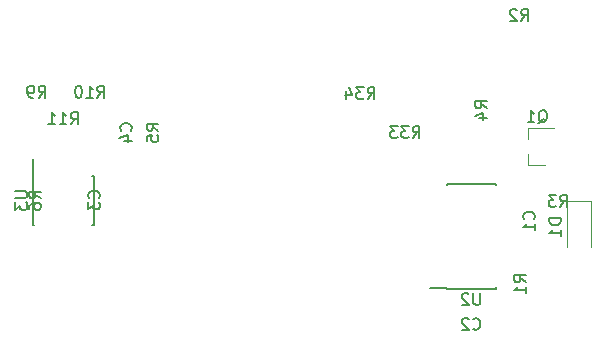
<source format=gbr>
G04 #@! TF.GenerationSoftware,KiCad,Pcbnew,(5.0.0-rc2-dev-586-g888c43477)*
G04 #@! TF.CreationDate,2018-06-04T00:56:57-03:00*
G04 #@! TF.ProjectId,Signal,5369676E616C2E6B696361645F706362,rev?*
G04 #@! TF.SameCoordinates,Original*
G04 #@! TF.FileFunction,Legend,Bot*
G04 #@! TF.FilePolarity,Positive*
%FSLAX46Y46*%
G04 Gerber Fmt 4.6, Leading zero omitted, Abs format (unit mm)*
G04 Created by KiCad (PCBNEW (5.0.0-rc2-dev-586-g888c43477)) date 06/04/18 00:56:57*
%MOMM*%
%LPD*%
G01*
G04 APERTURE LIST*
%ADD10C,0.150000*%
%ADD11C,0.120000*%
G04 APERTURE END LIST*
D10*
X28413000Y-28405000D02*
X28463000Y-28405000D01*
X28413000Y-32555000D02*
X28558000Y-32555000D01*
X33563000Y-32555000D02*
X33418000Y-32555000D01*
X33563000Y-28405000D02*
X33418000Y-28405000D01*
X28413000Y-28405000D02*
X28413000Y-32555000D01*
X33563000Y-28405000D02*
X33563000Y-32555000D01*
X28463000Y-28405000D02*
X28463000Y-27005000D01*
D11*
X70360000Y-27488000D02*
X70360000Y-26558000D01*
X70360000Y-24328000D02*
X70360000Y-25258000D01*
X70360000Y-24328000D02*
X72520000Y-24328000D01*
X70360000Y-27488000D02*
X71820000Y-27488000D01*
X73676000Y-30516000D02*
X75676000Y-30516000D01*
X75676000Y-30516000D02*
X75676000Y-34416000D01*
X73676000Y-30516000D02*
X73676000Y-34416000D01*
D10*
X63457000Y-37978000D02*
X63457000Y-37953000D01*
X67607000Y-37978000D02*
X67607000Y-37863000D01*
X67607000Y-29078000D02*
X67607000Y-29193000D01*
X63457000Y-29078000D02*
X63457000Y-29193000D01*
X63457000Y-37978000D02*
X67607000Y-37978000D01*
X63457000Y-29078000D02*
X67607000Y-29078000D01*
X63457000Y-37953000D02*
X62082000Y-37953000D01*
X36707142Y-24583333D02*
X36754761Y-24535714D01*
X36802380Y-24392857D01*
X36802380Y-24297619D01*
X36754761Y-24154761D01*
X36659523Y-24059523D01*
X36564285Y-24011904D01*
X36373809Y-23964285D01*
X36230952Y-23964285D01*
X36040476Y-24011904D01*
X35945238Y-24059523D01*
X35850000Y-24154761D01*
X35802380Y-24297619D01*
X35802380Y-24392857D01*
X35850000Y-24535714D01*
X35897619Y-24583333D01*
X36135714Y-25440476D02*
X36802380Y-25440476D01*
X35754761Y-25202380D02*
X36469047Y-24964285D01*
X36469047Y-25583333D01*
X31642857Y-24052380D02*
X31976190Y-23576190D01*
X32214285Y-24052380D02*
X32214285Y-23052380D01*
X31833333Y-23052380D01*
X31738095Y-23100000D01*
X31690476Y-23147619D01*
X31642857Y-23242857D01*
X31642857Y-23385714D01*
X31690476Y-23480952D01*
X31738095Y-23528571D01*
X31833333Y-23576190D01*
X32214285Y-23576190D01*
X30690476Y-24052380D02*
X31261904Y-24052380D01*
X30976190Y-24052380D02*
X30976190Y-23052380D01*
X31071428Y-23195238D01*
X31166666Y-23290476D01*
X31261904Y-23338095D01*
X29738095Y-24052380D02*
X30309523Y-24052380D01*
X30023809Y-24052380D02*
X30023809Y-23052380D01*
X30119047Y-23195238D01*
X30214285Y-23290476D01*
X30309523Y-23338095D01*
X28916666Y-21802380D02*
X29250000Y-21326190D01*
X29488095Y-21802380D02*
X29488095Y-20802380D01*
X29107142Y-20802380D01*
X29011904Y-20850000D01*
X28964285Y-20897619D01*
X28916666Y-20992857D01*
X28916666Y-21135714D01*
X28964285Y-21230952D01*
X29011904Y-21278571D01*
X29107142Y-21326190D01*
X29488095Y-21326190D01*
X28440476Y-21802380D02*
X28250000Y-21802380D01*
X28154761Y-21754761D01*
X28107142Y-21707142D01*
X28011904Y-21564285D01*
X27964285Y-21373809D01*
X27964285Y-20992857D01*
X28011904Y-20897619D01*
X28059523Y-20850000D01*
X28154761Y-20802380D01*
X28345238Y-20802380D01*
X28440476Y-20850000D01*
X28488095Y-20897619D01*
X28535714Y-20992857D01*
X28535714Y-21230952D01*
X28488095Y-21326190D01*
X28440476Y-21373809D01*
X28345238Y-21421428D01*
X28154761Y-21421428D01*
X28059523Y-21373809D01*
X28011904Y-21326190D01*
X27964285Y-21230952D01*
X33892857Y-21802380D02*
X34226190Y-21326190D01*
X34464285Y-21802380D02*
X34464285Y-20802380D01*
X34083333Y-20802380D01*
X33988095Y-20850000D01*
X33940476Y-20897619D01*
X33892857Y-20992857D01*
X33892857Y-21135714D01*
X33940476Y-21230952D01*
X33988095Y-21278571D01*
X34083333Y-21326190D01*
X34464285Y-21326190D01*
X32940476Y-21802380D02*
X33511904Y-21802380D01*
X33226190Y-21802380D02*
X33226190Y-20802380D01*
X33321428Y-20945238D01*
X33416666Y-21040476D01*
X33511904Y-21088095D01*
X32321428Y-20802380D02*
X32226190Y-20802380D01*
X32130952Y-20850000D01*
X32083333Y-20897619D01*
X32035714Y-20992857D01*
X31988095Y-21183333D01*
X31988095Y-21421428D01*
X32035714Y-21611904D01*
X32083333Y-21707142D01*
X32130952Y-21754761D01*
X32226190Y-21802380D01*
X32321428Y-21802380D01*
X32416666Y-21754761D01*
X32464285Y-21707142D01*
X32511904Y-21611904D01*
X32559523Y-21421428D01*
X32559523Y-21183333D01*
X32511904Y-20992857D01*
X32464285Y-20897619D01*
X32416666Y-20850000D01*
X32321428Y-20802380D01*
X34013142Y-30313333D02*
X34060761Y-30265714D01*
X34108380Y-30122857D01*
X34108380Y-30027619D01*
X34060761Y-29884761D01*
X33965523Y-29789523D01*
X33870285Y-29741904D01*
X33679809Y-29694285D01*
X33536952Y-29694285D01*
X33346476Y-29741904D01*
X33251238Y-29789523D01*
X33156000Y-29884761D01*
X33108380Y-30027619D01*
X33108380Y-30122857D01*
X33156000Y-30265714D01*
X33203619Y-30313333D01*
X33108380Y-30646666D02*
X33108380Y-31265714D01*
X33489333Y-30932380D01*
X33489333Y-31075238D01*
X33536952Y-31170476D01*
X33584571Y-31218095D01*
X33679809Y-31265714D01*
X33917904Y-31265714D01*
X34013142Y-31218095D01*
X34060761Y-31170476D01*
X34108380Y-31075238D01*
X34108380Y-30789523D01*
X34060761Y-30694285D01*
X34013142Y-30646666D01*
X26940380Y-29718095D02*
X27749904Y-29718095D01*
X27845142Y-29765714D01*
X27892761Y-29813333D01*
X27940380Y-29908571D01*
X27940380Y-30099047D01*
X27892761Y-30194285D01*
X27845142Y-30241904D01*
X27749904Y-30289523D01*
X26940380Y-30289523D01*
X26940380Y-30670476D02*
X26940380Y-31289523D01*
X27321333Y-30956190D01*
X27321333Y-31099047D01*
X27368952Y-31194285D01*
X27416571Y-31241904D01*
X27511809Y-31289523D01*
X27749904Y-31289523D01*
X27845142Y-31241904D01*
X27892761Y-31194285D01*
X27940380Y-31099047D01*
X27940380Y-30813333D01*
X27892761Y-30718095D01*
X27845142Y-30670476D01*
X39052380Y-24583333D02*
X38576190Y-24250000D01*
X39052380Y-24011904D02*
X38052380Y-24011904D01*
X38052380Y-24392857D01*
X38100000Y-24488095D01*
X38147619Y-24535714D01*
X38242857Y-24583333D01*
X38385714Y-24583333D01*
X38480952Y-24535714D01*
X38528571Y-24488095D01*
X38576190Y-24392857D01*
X38576190Y-24011904D01*
X38052380Y-25488095D02*
X38052380Y-25011904D01*
X38528571Y-24964285D01*
X38480952Y-25011904D01*
X38433333Y-25107142D01*
X38433333Y-25345238D01*
X38480952Y-25440476D01*
X38528571Y-25488095D01*
X38623809Y-25535714D01*
X38861904Y-25535714D01*
X38957142Y-25488095D01*
X39004761Y-25440476D01*
X39052380Y-25345238D01*
X39052380Y-25107142D01*
X39004761Y-25011904D01*
X38957142Y-24964285D01*
X29102380Y-30333333D02*
X28626190Y-30000000D01*
X29102380Y-29761904D02*
X28102380Y-29761904D01*
X28102380Y-30142857D01*
X28150000Y-30238095D01*
X28197619Y-30285714D01*
X28292857Y-30333333D01*
X28435714Y-30333333D01*
X28530952Y-30285714D01*
X28578571Y-30238095D01*
X28626190Y-30142857D01*
X28626190Y-29761904D01*
X28102380Y-31190476D02*
X28102380Y-31000000D01*
X28150000Y-30904761D01*
X28197619Y-30857142D01*
X28340476Y-30761904D01*
X28530952Y-30714285D01*
X28911904Y-30714285D01*
X29007142Y-30761904D01*
X29054761Y-30809523D01*
X29102380Y-30904761D01*
X29102380Y-31095238D01*
X29054761Y-31190476D01*
X29007142Y-31238095D01*
X28911904Y-31285714D01*
X28673809Y-31285714D01*
X28578571Y-31238095D01*
X28530952Y-31190476D01*
X28483333Y-31095238D01*
X28483333Y-30904761D01*
X28530952Y-30809523D01*
X28578571Y-30761904D01*
X28673809Y-30714285D01*
X71215238Y-23955619D02*
X71310476Y-23908000D01*
X71405714Y-23812761D01*
X71548571Y-23669904D01*
X71643809Y-23622285D01*
X71739047Y-23622285D01*
X71691428Y-23860380D02*
X71786666Y-23812761D01*
X71881904Y-23717523D01*
X71929523Y-23527047D01*
X71929523Y-23193714D01*
X71881904Y-23003238D01*
X71786666Y-22908000D01*
X71691428Y-22860380D01*
X71500952Y-22860380D01*
X71405714Y-22908000D01*
X71310476Y-23003238D01*
X71262857Y-23193714D01*
X71262857Y-23527047D01*
X71310476Y-23717523D01*
X71405714Y-23812761D01*
X71500952Y-23860380D01*
X71691428Y-23860380D01*
X70310476Y-23860380D02*
X70881904Y-23860380D01*
X70596190Y-23860380D02*
X70596190Y-22860380D01*
X70691428Y-23003238D01*
X70786666Y-23098476D01*
X70881904Y-23146095D01*
X70843142Y-32091333D02*
X70890761Y-32043714D01*
X70938380Y-31900857D01*
X70938380Y-31805619D01*
X70890761Y-31662761D01*
X70795523Y-31567523D01*
X70700285Y-31519904D01*
X70509809Y-31472285D01*
X70366952Y-31472285D01*
X70176476Y-31519904D01*
X70081238Y-31567523D01*
X69986000Y-31662761D01*
X69938380Y-31805619D01*
X69938380Y-31900857D01*
X69986000Y-32043714D01*
X70033619Y-32091333D01*
X70938380Y-33043714D02*
X70938380Y-32472285D01*
X70938380Y-32758000D02*
X69938380Y-32758000D01*
X70081238Y-32662761D01*
X70176476Y-32567523D01*
X70224095Y-32472285D01*
X65698666Y-41377142D02*
X65746285Y-41424761D01*
X65889142Y-41472380D01*
X65984380Y-41472380D01*
X66127238Y-41424761D01*
X66222476Y-41329523D01*
X66270095Y-41234285D01*
X66317714Y-41043809D01*
X66317714Y-40900952D01*
X66270095Y-40710476D01*
X66222476Y-40615238D01*
X66127238Y-40520000D01*
X65984380Y-40472380D01*
X65889142Y-40472380D01*
X65746285Y-40520000D01*
X65698666Y-40567619D01*
X65317714Y-40567619D02*
X65270095Y-40520000D01*
X65174857Y-40472380D01*
X64936761Y-40472380D01*
X64841523Y-40520000D01*
X64793904Y-40567619D01*
X64746285Y-40662857D01*
X64746285Y-40758095D01*
X64793904Y-40900952D01*
X65365333Y-41472380D01*
X64746285Y-41472380D01*
X73128380Y-32027904D02*
X72128380Y-32027904D01*
X72128380Y-32266000D01*
X72176000Y-32408857D01*
X72271238Y-32504095D01*
X72366476Y-32551714D01*
X72556952Y-32599333D01*
X72699809Y-32599333D01*
X72890285Y-32551714D01*
X72985523Y-32504095D01*
X73080761Y-32408857D01*
X73128380Y-32266000D01*
X73128380Y-32027904D01*
X73128380Y-33551714D02*
X73128380Y-32980285D01*
X73128380Y-33266000D02*
X72128380Y-33266000D01*
X72271238Y-33170761D01*
X72366476Y-33075523D01*
X72414095Y-32980285D01*
X70176380Y-37425333D02*
X69700190Y-37092000D01*
X70176380Y-36853904D02*
X69176380Y-36853904D01*
X69176380Y-37234857D01*
X69224000Y-37330095D01*
X69271619Y-37377714D01*
X69366857Y-37425333D01*
X69509714Y-37425333D01*
X69604952Y-37377714D01*
X69652571Y-37330095D01*
X69700190Y-37234857D01*
X69700190Y-36853904D01*
X70176380Y-38377714D02*
X70176380Y-37806285D01*
X70176380Y-38092000D02*
X69176380Y-38092000D01*
X69319238Y-37996761D01*
X69414476Y-37901523D01*
X69462095Y-37806285D01*
X69762666Y-15312380D02*
X70096000Y-14836190D01*
X70334095Y-15312380D02*
X70334095Y-14312380D01*
X69953142Y-14312380D01*
X69857904Y-14360000D01*
X69810285Y-14407619D01*
X69762666Y-14502857D01*
X69762666Y-14645714D01*
X69810285Y-14740952D01*
X69857904Y-14788571D01*
X69953142Y-14836190D01*
X70334095Y-14836190D01*
X69381714Y-14407619D02*
X69334095Y-14360000D01*
X69238857Y-14312380D01*
X69000761Y-14312380D01*
X68905523Y-14360000D01*
X68857904Y-14407619D01*
X68810285Y-14502857D01*
X68810285Y-14598095D01*
X68857904Y-14740952D01*
X69429333Y-15312380D01*
X68810285Y-15312380D01*
X73064666Y-31058380D02*
X73398000Y-30582190D01*
X73636095Y-31058380D02*
X73636095Y-30058380D01*
X73255142Y-30058380D01*
X73159904Y-30106000D01*
X73112285Y-30153619D01*
X73064666Y-30248857D01*
X73064666Y-30391714D01*
X73112285Y-30486952D01*
X73159904Y-30534571D01*
X73255142Y-30582190D01*
X73636095Y-30582190D01*
X72731333Y-30058380D02*
X72112285Y-30058380D01*
X72445619Y-30439333D01*
X72302761Y-30439333D01*
X72207523Y-30486952D01*
X72159904Y-30534571D01*
X72112285Y-30629809D01*
X72112285Y-30867904D01*
X72159904Y-30963142D01*
X72207523Y-31010761D01*
X72302761Y-31058380D01*
X72588476Y-31058380D01*
X72683714Y-31010761D01*
X72731333Y-30963142D01*
X66874380Y-22693333D02*
X66398190Y-22360000D01*
X66874380Y-22121904D02*
X65874380Y-22121904D01*
X65874380Y-22502857D01*
X65922000Y-22598095D01*
X65969619Y-22645714D01*
X66064857Y-22693333D01*
X66207714Y-22693333D01*
X66302952Y-22645714D01*
X66350571Y-22598095D01*
X66398190Y-22502857D01*
X66398190Y-22121904D01*
X66207714Y-23550476D02*
X66874380Y-23550476D01*
X65826761Y-23312380D02*
X66541047Y-23074285D01*
X66541047Y-23693333D01*
X60586857Y-25216380D02*
X60920190Y-24740190D01*
X61158285Y-25216380D02*
X61158285Y-24216380D01*
X60777333Y-24216380D01*
X60682095Y-24264000D01*
X60634476Y-24311619D01*
X60586857Y-24406857D01*
X60586857Y-24549714D01*
X60634476Y-24644952D01*
X60682095Y-24692571D01*
X60777333Y-24740190D01*
X61158285Y-24740190D01*
X60253523Y-24216380D02*
X59634476Y-24216380D01*
X59967809Y-24597333D01*
X59824952Y-24597333D01*
X59729714Y-24644952D01*
X59682095Y-24692571D01*
X59634476Y-24787809D01*
X59634476Y-25025904D01*
X59682095Y-25121142D01*
X59729714Y-25168761D01*
X59824952Y-25216380D01*
X60110666Y-25216380D01*
X60205904Y-25168761D01*
X60253523Y-25121142D01*
X59301142Y-24216380D02*
X58682095Y-24216380D01*
X59015428Y-24597333D01*
X58872571Y-24597333D01*
X58777333Y-24644952D01*
X58729714Y-24692571D01*
X58682095Y-24787809D01*
X58682095Y-25025904D01*
X58729714Y-25121142D01*
X58777333Y-25168761D01*
X58872571Y-25216380D01*
X59158285Y-25216380D01*
X59253523Y-25168761D01*
X59301142Y-25121142D01*
X56776857Y-21916380D02*
X57110190Y-21440190D01*
X57348285Y-21916380D02*
X57348285Y-20916380D01*
X56967333Y-20916380D01*
X56872095Y-20964000D01*
X56824476Y-21011619D01*
X56776857Y-21106857D01*
X56776857Y-21249714D01*
X56824476Y-21344952D01*
X56872095Y-21392571D01*
X56967333Y-21440190D01*
X57348285Y-21440190D01*
X56443523Y-20916380D02*
X55824476Y-20916380D01*
X56157809Y-21297333D01*
X56014952Y-21297333D01*
X55919714Y-21344952D01*
X55872095Y-21392571D01*
X55824476Y-21487809D01*
X55824476Y-21725904D01*
X55872095Y-21821142D01*
X55919714Y-21868761D01*
X56014952Y-21916380D01*
X56300666Y-21916380D01*
X56395904Y-21868761D01*
X56443523Y-21821142D01*
X54967333Y-21249714D02*
X54967333Y-21916380D01*
X55205428Y-20868761D02*
X55443523Y-21583047D01*
X54824476Y-21583047D01*
X66293904Y-38355380D02*
X66293904Y-39164904D01*
X66246285Y-39260142D01*
X66198666Y-39307761D01*
X66103428Y-39355380D01*
X65912952Y-39355380D01*
X65817714Y-39307761D01*
X65770095Y-39260142D01*
X65722476Y-39164904D01*
X65722476Y-38355380D01*
X65293904Y-38450619D02*
X65246285Y-38403000D01*
X65151047Y-38355380D01*
X64912952Y-38355380D01*
X64817714Y-38403000D01*
X64770095Y-38450619D01*
X64722476Y-38545857D01*
X64722476Y-38641095D01*
X64770095Y-38783952D01*
X65341523Y-39355380D01*
X64722476Y-39355380D01*
M02*

</source>
